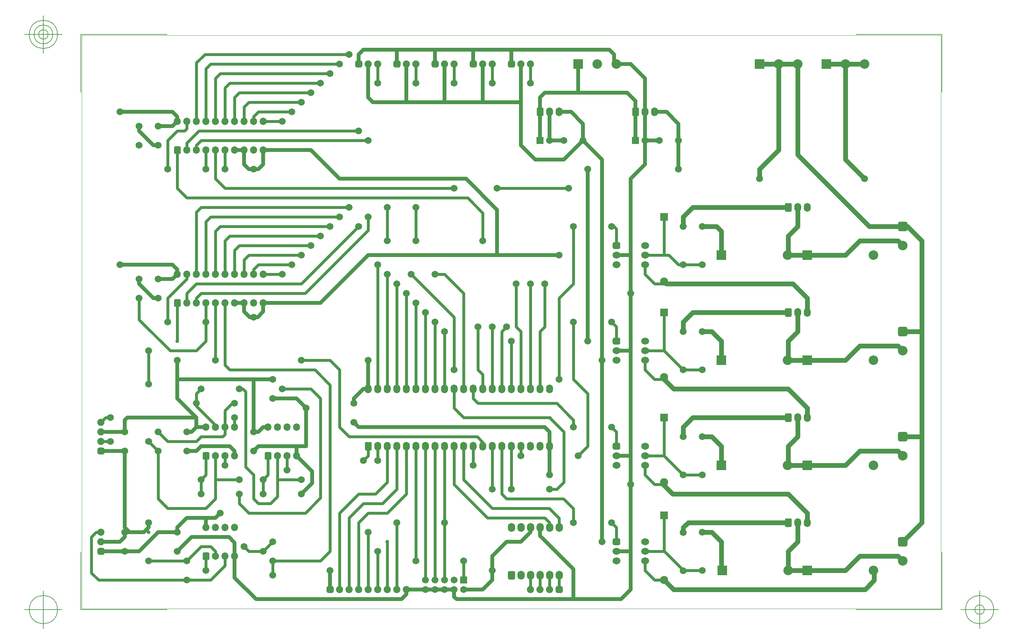
<source format=gbr>
G04 Generated by Ultiboard 14.3 *
%FSLAX35Y35*%
%MOMM*%

%ADD10C,0.00001*%
%ADD11C,0.00100*%
%ADD12C,0.76200*%
%ADD13C,1.01600*%
%ADD14C,1.27000*%
%ADD15C,0.12700*%
%ADD16C,0.00127*%
%ADD17C,0.99492*%
%ADD18C,0.76200*%
%ADD19C,1.82880*%
%ADD20C,1.01600*%
%ADD21C,1.90500*%
%ADD22R,2.54000X2.54000*%
%ADD23C,2.54000*%
%ADD24R,2.15900X2.15900*%
%ADD25C,2.15900*%
%ADD26C,1.82880*%
%ADD27R,1.82880X1.82880*%
%ADD28C,1.00000*%


G04 ColorRGB 0000FF for the following layer *
%LNCopper Bottom*%
%LPD*%
G54D10*
G54D11*
G36*
X12604750Y462496D02*
X12604750Y553504D01*
X12795250Y553504D01*
X12795250Y462496D01*
X12604750Y462496D01*
G37*
G36*
X12654496Y412750D02*
X12654496Y603250D01*
X12745504Y603250D01*
X12745504Y412750D01*
X12654496Y412750D01*
G37*
G36*
X14122400Y1724660D02*
X14122400Y1831340D01*
X14325600Y1831340D01*
X14325600Y1724660D01*
X14122400Y1724660D01*
G37*
G36*
X14160500Y1686560D02*
X14160500Y1869440D01*
X14287500Y1869440D01*
X14287500Y1686560D01*
X14160500Y1686560D01*
G37*
G36*
X14213840Y1432560D02*
X14213840Y1615440D01*
X14234160Y1615440D01*
X14234160Y1432560D01*
X14213840Y1432560D01*
G37*
G36*
X14213840Y1178560D02*
X14213840Y1361440D01*
X14234160Y1361440D01*
X14234160Y1178560D01*
X14213840Y1178560D01*
G37*
G36*
X14975840Y1178560D02*
X14975840Y1361440D01*
X14996160Y1361440D01*
X14996160Y1178560D01*
X14975840Y1178560D01*
G37*
G36*
X14975840Y1432560D02*
X14975840Y1615440D01*
X14996160Y1615440D01*
X14996160Y1432560D01*
X14975840Y1432560D01*
G37*
G36*
X14975840Y1686560D02*
X14975840Y1869440D01*
X14996160Y1869440D01*
X14996160Y1686560D01*
X14975840Y1686560D01*
G37*
G36*
X21717000Y1701800D02*
X21717000Y1854200D01*
X21971000Y1854200D01*
X21971000Y1701800D01*
X21717000Y1701800D01*
G37*
G36*
X21767800Y1651000D02*
X21767800Y1905000D01*
X21920200Y1905000D01*
X21920200Y1651000D01*
X21767800Y1651000D01*
G37*
G36*
X18958560Y2263140D02*
X18958560Y2308860D01*
X19141440Y2308860D01*
X19141440Y2263140D01*
X18958560Y2263140D01*
G37*
G36*
X19212560Y2263140D02*
X19212560Y2308860D01*
X19395440Y2308860D01*
X19395440Y2263140D01*
X19212560Y2263140D01*
G37*
G36*
X18704560Y2209800D02*
X18704560Y2362200D01*
X18887440Y2362200D01*
X18887440Y2209800D01*
X18704560Y2209800D01*
G37*
G36*
X18742660Y2171700D02*
X18742660Y2400300D01*
X18849340Y2400300D01*
X18849340Y2171700D01*
X18742660Y2171700D01*
G37*
G36*
X14122400Y4264660D02*
X14122400Y4371340D01*
X14325600Y4371340D01*
X14325600Y4264660D01*
X14122400Y4264660D01*
G37*
G36*
X14160500Y4226560D02*
X14160500Y4409440D01*
X14287500Y4409440D01*
X14287500Y4226560D01*
X14160500Y4226560D01*
G37*
G36*
X14213840Y3972560D02*
X14213840Y4155440D01*
X14234160Y4155440D01*
X14234160Y3972560D01*
X14213840Y3972560D01*
G37*
G36*
X14213840Y3718560D02*
X14213840Y3901440D01*
X14234160Y3901440D01*
X14234160Y3718560D01*
X14213840Y3718560D01*
G37*
G36*
X14975840Y3718560D02*
X14975840Y3901440D01*
X14996160Y3901440D01*
X14996160Y3718560D01*
X14975840Y3718560D01*
G37*
G36*
X14975840Y3972560D02*
X14975840Y4155440D01*
X14996160Y4155440D01*
X14996160Y3972560D01*
X14975840Y3972560D01*
G37*
G36*
X14975840Y4226560D02*
X14975840Y4409440D01*
X14996160Y4409440D01*
X14996160Y4226560D01*
X14975840Y4226560D01*
G37*
G36*
X21717000Y4495800D02*
X21717000Y4648200D01*
X21971000Y4648200D01*
X21971000Y4495800D01*
X21717000Y4495800D01*
G37*
G36*
X21767800Y4445000D02*
X21767800Y4699000D01*
X21920200Y4699000D01*
X21920200Y4445000D01*
X21767800Y4445000D01*
G37*
G36*
X18958560Y5057140D02*
X18958560Y5102860D01*
X19141440Y5102860D01*
X19141440Y5057140D01*
X18958560Y5057140D01*
G37*
G36*
X19212560Y5057140D02*
X19212560Y5102860D01*
X19395440Y5102860D01*
X19395440Y5057140D01*
X19212560Y5057140D01*
G37*
G36*
X18704560Y5003800D02*
X18704560Y5156200D01*
X18887440Y5156200D01*
X18887440Y5003800D01*
X18704560Y5003800D01*
G37*
G36*
X18742660Y4965700D02*
X18742660Y5194300D01*
X18849340Y5194300D01*
X18849340Y4965700D01*
X18742660Y4965700D01*
G37*
G36*
X14122400Y7058660D02*
X14122400Y7165340D01*
X14325600Y7165340D01*
X14325600Y7058660D01*
X14122400Y7058660D01*
G37*
G36*
X14160500Y7020560D02*
X14160500Y7203440D01*
X14287500Y7203440D01*
X14287500Y7020560D01*
X14160500Y7020560D01*
G37*
G36*
X14213840Y6766560D02*
X14213840Y6949440D01*
X14234160Y6949440D01*
X14234160Y6766560D01*
X14213840Y6766560D01*
G37*
G36*
X14213840Y6512560D02*
X14213840Y6695440D01*
X14234160Y6695440D01*
X14234160Y6512560D01*
X14213840Y6512560D01*
G37*
G36*
X14975840Y6512560D02*
X14975840Y6695440D01*
X14996160Y6695440D01*
X14996160Y6512560D01*
X14975840Y6512560D01*
G37*
G36*
X14975840Y6766560D02*
X14975840Y6949440D01*
X14996160Y6949440D01*
X14996160Y6766560D01*
X14975840Y6766560D01*
G37*
G36*
X14975840Y7020560D02*
X14975840Y7203440D01*
X14996160Y7203440D01*
X14996160Y7020560D01*
X14975840Y7020560D01*
G37*
G36*
X21717000Y7289800D02*
X21717000Y7442200D01*
X21971000Y7442200D01*
X21971000Y7289800D01*
X21717000Y7289800D01*
G37*
G36*
X21767800Y7239000D02*
X21767800Y7493000D01*
X21920200Y7493000D01*
X21920200Y7239000D01*
X21767800Y7239000D01*
G37*
G36*
X18958560Y7851140D02*
X18958560Y7896860D01*
X19141440Y7896860D01*
X19141440Y7851140D01*
X18958560Y7851140D01*
G37*
G36*
X19212560Y7851140D02*
X19212560Y7896860D01*
X19395440Y7896860D01*
X19395440Y7851140D01*
X19212560Y7851140D01*
G37*
G36*
X18704560Y7797800D02*
X18704560Y7950200D01*
X18887440Y7950200D01*
X18887440Y7797800D01*
X18704560Y7797800D01*
G37*
G36*
X18742660Y7759700D02*
X18742660Y7988300D01*
X18849340Y7988300D01*
X18849340Y7759700D01*
X18742660Y7759700D01*
G37*
G36*
X14122400Y9598660D02*
X14122400Y9705340D01*
X14325600Y9705340D01*
X14325600Y9598660D01*
X14122400Y9598660D01*
G37*
G36*
X14160500Y9560560D02*
X14160500Y9743440D01*
X14287500Y9743440D01*
X14287500Y9560560D01*
X14160500Y9560560D01*
G37*
G36*
X14213840Y9306560D02*
X14213840Y9489440D01*
X14234160Y9489440D01*
X14234160Y9306560D01*
X14213840Y9306560D01*
G37*
G36*
X14213840Y9052560D02*
X14213840Y9235440D01*
X14234160Y9235440D01*
X14234160Y9052560D01*
X14213840Y9052560D01*
G37*
G36*
X14975840Y9052560D02*
X14975840Y9235440D01*
X14996160Y9235440D01*
X14996160Y9052560D01*
X14975840Y9052560D01*
G37*
G36*
X14975840Y9306560D02*
X14975840Y9489440D01*
X14996160Y9489440D01*
X14996160Y9306560D01*
X14975840Y9306560D01*
G37*
G36*
X14975840Y9560560D02*
X14975840Y9743440D01*
X14996160Y9743440D01*
X14996160Y9560560D01*
X14975840Y9560560D01*
G37*
G36*
X21717000Y10083800D02*
X21717000Y10236200D01*
X21971000Y10236200D01*
X21971000Y10083800D01*
X21717000Y10083800D01*
G37*
G36*
X21767800Y10033000D02*
X21767800Y10287000D01*
X21920200Y10287000D01*
X21920200Y10033000D01*
X21767800Y10033000D01*
G37*
G36*
X18958560Y10645140D02*
X18958560Y10690860D01*
X19141440Y10690860D01*
X19141440Y10645140D01*
X18958560Y10645140D01*
G37*
G36*
X19212560Y10645140D02*
X19212560Y10690860D01*
X19395440Y10690860D01*
X19395440Y10645140D01*
X19212560Y10645140D01*
G37*
G36*
X18704560Y10591800D02*
X18704560Y10744200D01*
X18887440Y10744200D01*
X18887440Y10591800D01*
X18704560Y10591800D01*
G37*
G36*
X18742660Y10553700D02*
X18742660Y10782300D01*
X18849340Y10782300D01*
X18849340Y10553700D01*
X18742660Y10553700D01*
G37*
G36*
X412750Y1478496D02*
X412750Y1569504D01*
X603250Y1569504D01*
X603250Y1478496D01*
X412750Y1478496D01*
G37*
G36*
X462496Y1428750D02*
X462496Y1619250D01*
X553504Y1619250D01*
X553504Y1428750D01*
X462496Y1428750D01*
G37*
G36*
X3464560Y1386840D02*
X3464560Y1407160D01*
X3647440Y1407160D01*
X3647440Y1386840D01*
X3464560Y1386840D01*
G37*
G36*
X3718560Y1386840D02*
X3718560Y1407160D01*
X3901440Y1407160D01*
X3901440Y1386840D01*
X3718560Y1386840D01*
G37*
G36*
X3972560Y1386840D02*
X3972560Y1407160D01*
X4155440Y1407160D01*
X4155440Y1386840D01*
X3972560Y1386840D01*
G37*
G36*
X3210560Y2148840D02*
X3210560Y2169160D01*
X3393440Y2169160D01*
X3393440Y2148840D01*
X3210560Y2148840D01*
G37*
G36*
X3464560Y2148840D02*
X3464560Y2169160D01*
X3647440Y2169160D01*
X3647440Y2148840D01*
X3464560Y2148840D01*
G37*
G36*
X3718560Y2148840D02*
X3718560Y2169160D01*
X3901440Y2169160D01*
X3901440Y2148840D01*
X3718560Y2148840D01*
G37*
G36*
X3972560Y2148840D02*
X3972560Y2169160D01*
X4155440Y2169160D01*
X4155440Y2148840D01*
X3972560Y2148840D01*
G37*
G36*
X3210560Y1333500D02*
X3210560Y1460500D01*
X3393440Y1460500D01*
X3393440Y1333500D01*
X3210560Y1333500D01*
G37*
G36*
X3248660Y1295400D02*
X3248660Y1498600D01*
X3355340Y1498600D01*
X3355340Y1295400D01*
X3248660Y1295400D01*
G37*
G36*
X8798560Y4295140D02*
X8798560Y4340860D01*
X8981440Y4340860D01*
X8981440Y4295140D01*
X8798560Y4295140D01*
G37*
G36*
X8036560Y4295140D02*
X8036560Y4340860D01*
X8219440Y4340860D01*
X8219440Y4295140D01*
X8036560Y4295140D01*
G37*
G36*
X7782560Y4295140D02*
X7782560Y4340860D01*
X7965440Y4340860D01*
X7965440Y4295140D01*
X7782560Y4295140D01*
G37*
G36*
X7528560Y4241800D02*
X7528560Y4394200D01*
X7711440Y4394200D01*
X7711440Y4241800D01*
X7528560Y4241800D01*
G37*
G36*
X7566660Y4203700D02*
X7566660Y4432300D01*
X7673340Y4432300D01*
X7673340Y4203700D01*
X7566660Y4203700D01*
G37*
G36*
X8544560Y4295140D02*
X8544560Y4340860D01*
X8727440Y4340860D01*
X8727440Y4295140D01*
X8544560Y4295140D01*
G37*
G36*
X8290560Y4295140D02*
X8290560Y4340860D01*
X8473440Y4340860D01*
X8473440Y4295140D01*
X8290560Y4295140D01*
G37*
G36*
X10322560Y4295140D02*
X10322560Y4340860D01*
X10505440Y4340860D01*
X10505440Y4295140D01*
X10322560Y4295140D01*
G37*
G36*
X9560560Y4295140D02*
X9560560Y4340860D01*
X9743440Y4340860D01*
X9743440Y4295140D01*
X9560560Y4295140D01*
G37*
G36*
X9306560Y4295140D02*
X9306560Y4340860D01*
X9489440Y4340860D01*
X9489440Y4295140D01*
X9306560Y4295140D01*
G37*
G36*
X9052560Y4295140D02*
X9052560Y4340860D01*
X9235440Y4340860D01*
X9235440Y4295140D01*
X9052560Y4295140D01*
G37*
G36*
X9814560Y4295140D02*
X9814560Y4340860D01*
X9997440Y4340860D01*
X9997440Y4295140D01*
X9814560Y4295140D01*
G37*
G36*
X10068560Y4295140D02*
X10068560Y4340860D01*
X10251440Y4340860D01*
X10251440Y4295140D01*
X10068560Y4295140D01*
G37*
G36*
X11084560Y4295140D02*
X11084560Y4340860D01*
X11267440Y4340860D01*
X11267440Y4295140D01*
X11084560Y4295140D01*
G37*
G36*
X10576560Y4295140D02*
X10576560Y4340860D01*
X10759440Y4340860D01*
X10759440Y4295140D01*
X10576560Y4295140D01*
G37*
G36*
X10830560Y4295140D02*
X10830560Y4340860D01*
X11013440Y4340860D01*
X11013440Y4295140D01*
X10830560Y4295140D01*
G37*
G36*
X11846560Y4295140D02*
X11846560Y4340860D01*
X12029440Y4340860D01*
X12029440Y4295140D01*
X11846560Y4295140D01*
G37*
G36*
X11338560Y4295140D02*
X11338560Y4340860D01*
X11521440Y4340860D01*
X11521440Y4295140D01*
X11338560Y4295140D01*
G37*
G36*
X11592560Y4295140D02*
X11592560Y4340860D01*
X11775440Y4340860D01*
X11775440Y4295140D01*
X11592560Y4295140D01*
G37*
G36*
X12100560Y4295140D02*
X12100560Y4340860D01*
X12283440Y4340860D01*
X12283440Y4295140D01*
X12100560Y4295140D01*
G37*
G36*
X12354560Y4295140D02*
X12354560Y4340860D01*
X12537440Y4340860D01*
X12537440Y4295140D01*
X12354560Y4295140D01*
G37*
G36*
X8798560Y5819140D02*
X8798560Y5864860D01*
X8981440Y5864860D01*
X8981440Y5819140D01*
X8798560Y5819140D01*
G37*
G36*
X8036560Y5819140D02*
X8036560Y5864860D01*
X8219440Y5864860D01*
X8219440Y5819140D01*
X8036560Y5819140D01*
G37*
G36*
X7782560Y5819140D02*
X7782560Y5864860D01*
X7965440Y5864860D01*
X7965440Y5819140D01*
X7782560Y5819140D01*
G37*
G36*
X8544560Y5819140D02*
X8544560Y5864860D01*
X8727440Y5864860D01*
X8727440Y5819140D01*
X8544560Y5819140D01*
G37*
G36*
X8290560Y5819140D02*
X8290560Y5864860D01*
X8473440Y5864860D01*
X8473440Y5819140D01*
X8290560Y5819140D01*
G37*
G36*
X10322560Y5819140D02*
X10322560Y5864860D01*
X10505440Y5864860D01*
X10505440Y5819140D01*
X10322560Y5819140D01*
G37*
G36*
X9560560Y5819140D02*
X9560560Y5864860D01*
X9743440Y5864860D01*
X9743440Y5819140D01*
X9560560Y5819140D01*
G37*
G36*
X9306560Y5819140D02*
X9306560Y5864860D01*
X9489440Y5864860D01*
X9489440Y5819140D01*
X9306560Y5819140D01*
G37*
G36*
X9052560Y5819140D02*
X9052560Y5864860D01*
X9235440Y5864860D01*
X9235440Y5819140D01*
X9052560Y5819140D01*
G37*
G36*
X10068560Y5819140D02*
X10068560Y5864860D01*
X10251440Y5864860D01*
X10251440Y5819140D01*
X10068560Y5819140D01*
G37*
G36*
X9814560Y5819140D02*
X9814560Y5864860D01*
X9997440Y5864860D01*
X9997440Y5819140D01*
X9814560Y5819140D01*
G37*
G36*
X11084560Y5819140D02*
X11084560Y5864860D01*
X11267440Y5864860D01*
X11267440Y5819140D01*
X11084560Y5819140D01*
G37*
G36*
X10830560Y5819140D02*
X10830560Y5864860D01*
X11013440Y5864860D01*
X11013440Y5819140D01*
X10830560Y5819140D01*
G37*
G36*
X10576560Y5819140D02*
X10576560Y5864860D01*
X10759440Y5864860D01*
X10759440Y5819140D01*
X10576560Y5819140D01*
G37*
G36*
X11846560Y5819140D02*
X11846560Y5864860D01*
X12029440Y5864860D01*
X12029440Y5819140D01*
X11846560Y5819140D01*
G37*
G36*
X11592560Y5819140D02*
X11592560Y5864860D01*
X11775440Y5864860D01*
X11775440Y5819140D01*
X11592560Y5819140D01*
G37*
G36*
X11338560Y5819140D02*
X11338560Y5864860D01*
X11521440Y5864860D01*
X11521440Y5819140D01*
X11338560Y5819140D01*
G37*
G36*
X12100560Y5819140D02*
X12100560Y5864860D01*
X12283440Y5864860D01*
X12283440Y5819140D01*
X12100560Y5819140D01*
G37*
G36*
X12354560Y5819140D02*
X12354560Y5864860D01*
X12537440Y5864860D01*
X12537440Y5819140D01*
X12354560Y5819140D01*
G37*
G36*
X7528560Y5819140D02*
X7528560Y5864860D01*
X7711440Y5864860D01*
X7711440Y5819140D01*
X7528560Y5819140D01*
G37*
G36*
X3464560Y4053840D02*
X3464560Y4074160D01*
X3647440Y4074160D01*
X3647440Y4053840D01*
X3464560Y4053840D01*
G37*
G36*
X3718560Y4053840D02*
X3718560Y4074160D01*
X3901440Y4074160D01*
X3901440Y4053840D01*
X3718560Y4053840D01*
G37*
G36*
X3972560Y4053840D02*
X3972560Y4074160D01*
X4155440Y4074160D01*
X4155440Y4053840D01*
X3972560Y4053840D01*
G37*
G36*
X3210560Y4815840D02*
X3210560Y4836160D01*
X3393440Y4836160D01*
X3393440Y4815840D01*
X3210560Y4815840D01*
G37*
G36*
X3464560Y4815840D02*
X3464560Y4836160D01*
X3647440Y4836160D01*
X3647440Y4815840D01*
X3464560Y4815840D01*
G37*
G36*
X3718560Y4815840D02*
X3718560Y4836160D01*
X3901440Y4836160D01*
X3901440Y4815840D01*
X3718560Y4815840D01*
G37*
G36*
X3972560Y4815840D02*
X3972560Y4836160D01*
X4155440Y4836160D01*
X4155440Y4815840D01*
X3972560Y4815840D01*
G37*
G36*
X3210560Y4000500D02*
X3210560Y4127500D01*
X3393440Y4127500D01*
X3393440Y4000500D01*
X3210560Y4000500D01*
G37*
G36*
X3248660Y3962400D02*
X3248660Y4165600D01*
X3355340Y4165600D01*
X3355340Y3962400D01*
X3248660Y3962400D01*
G37*
G36*
X5115560Y4053840D02*
X5115560Y4074160D01*
X5298440Y4074160D01*
X5298440Y4053840D01*
X5115560Y4053840D01*
G37*
G36*
X5369560Y4053840D02*
X5369560Y4074160D01*
X5552440Y4074160D01*
X5552440Y4053840D01*
X5369560Y4053840D01*
G37*
G36*
X5623560Y4053840D02*
X5623560Y4074160D01*
X5806440Y4074160D01*
X5806440Y4053840D01*
X5623560Y4053840D01*
G37*
G36*
X4861560Y4815840D02*
X4861560Y4836160D01*
X5044440Y4836160D01*
X5044440Y4815840D01*
X4861560Y4815840D01*
G37*
G36*
X5115560Y4815840D02*
X5115560Y4836160D01*
X5298440Y4836160D01*
X5298440Y4815840D01*
X5115560Y4815840D01*
G37*
G36*
X5369560Y4815840D02*
X5369560Y4836160D01*
X5552440Y4836160D01*
X5552440Y4815840D01*
X5369560Y4815840D01*
G37*
G36*
X5623560Y4815840D02*
X5623560Y4836160D01*
X5806440Y4836160D01*
X5806440Y4815840D01*
X5623560Y4815840D01*
G37*
G36*
X4861560Y4000500D02*
X4861560Y4127500D01*
X5044440Y4127500D01*
X5044440Y4000500D01*
X4861560Y4000500D01*
G37*
G36*
X4899660Y3962400D02*
X4899660Y4165600D01*
X5006340Y4165600D01*
X5006340Y3962400D01*
X4899660Y3962400D01*
G37*
G36*
X412750Y4145496D02*
X412750Y4236504D01*
X603250Y4236504D01*
X603250Y4145496D01*
X412750Y4145496D01*
G37*
G36*
X462496Y4095750D02*
X462496Y4286250D01*
X553504Y4286250D01*
X553504Y4095750D01*
X462496Y4095750D01*
G37*
G36*
X2448560Y8064500D02*
X2448560Y8191500D01*
X2631440Y8191500D01*
X2631440Y8064500D01*
X2448560Y8064500D01*
G37*
G36*
X2486660Y8026400D02*
X2486660Y8229600D01*
X2593340Y8229600D01*
X2593340Y8026400D01*
X2486660Y8026400D01*
G37*
G36*
X2702560Y8117840D02*
X2702560Y8138160D01*
X2885440Y8138160D01*
X2885440Y8117840D01*
X2702560Y8117840D01*
G37*
G36*
X2956560Y8117840D02*
X2956560Y8138160D01*
X3139440Y8138160D01*
X3139440Y8117840D01*
X2956560Y8117840D01*
G37*
G36*
X3210560Y8117840D02*
X3210560Y8138160D01*
X3393440Y8138160D01*
X3393440Y8117840D01*
X3210560Y8117840D01*
G37*
G36*
X3464560Y8117840D02*
X3464560Y8138160D01*
X3647440Y8138160D01*
X3647440Y8117840D01*
X3464560Y8117840D01*
G37*
G36*
X3718560Y8117840D02*
X3718560Y8138160D01*
X3901440Y8138160D01*
X3901440Y8117840D01*
X3718560Y8117840D01*
G37*
G36*
X3972560Y8117840D02*
X3972560Y8138160D01*
X4155440Y8138160D01*
X4155440Y8117840D01*
X3972560Y8117840D01*
G37*
G36*
X4226560Y8117840D02*
X4226560Y8138160D01*
X4409440Y8138160D01*
X4409440Y8117840D01*
X4226560Y8117840D01*
G37*
G36*
X4480560Y8117840D02*
X4480560Y8138160D01*
X4663440Y8138160D01*
X4663440Y8117840D01*
X4480560Y8117840D01*
G37*
G36*
X4734560Y8117840D02*
X4734560Y8138160D01*
X4917440Y8138160D01*
X4917440Y8117840D01*
X4734560Y8117840D01*
G37*
G36*
X2702560Y8879840D02*
X2702560Y8900160D01*
X2885440Y8900160D01*
X2885440Y8879840D01*
X2702560Y8879840D01*
G37*
G36*
X2956560Y8879840D02*
X2956560Y8900160D01*
X3139440Y8900160D01*
X3139440Y8879840D01*
X2956560Y8879840D01*
G37*
G36*
X3210560Y8879840D02*
X3210560Y8900160D01*
X3393440Y8900160D01*
X3393440Y8879840D01*
X3210560Y8879840D01*
G37*
G36*
X3464560Y8879840D02*
X3464560Y8900160D01*
X3647440Y8900160D01*
X3647440Y8879840D01*
X3464560Y8879840D01*
G37*
G36*
X3718560Y8879840D02*
X3718560Y8900160D01*
X3901440Y8900160D01*
X3901440Y8879840D01*
X3718560Y8879840D01*
G37*
G36*
X3972560Y8879840D02*
X3972560Y8900160D01*
X4155440Y8900160D01*
X4155440Y8879840D01*
X3972560Y8879840D01*
G37*
G36*
X4226560Y8879840D02*
X4226560Y8900160D01*
X4409440Y8900160D01*
X4409440Y8879840D01*
X4226560Y8879840D01*
G37*
G36*
X4480560Y8879840D02*
X4480560Y8900160D01*
X4663440Y8900160D01*
X4663440Y8879840D01*
X4480560Y8879840D01*
G37*
G36*
X4734560Y8879840D02*
X4734560Y8900160D01*
X4917440Y8900160D01*
X4917440Y8879840D01*
X4734560Y8879840D01*
G37*
G36*
X2448560Y8879840D02*
X2448560Y8900160D01*
X2631440Y8900160D01*
X2631440Y8879840D01*
X2448560Y8879840D01*
G37*
G36*
X2448560Y12128500D02*
X2448560Y12255500D01*
X2631440Y12255500D01*
X2631440Y12128500D01*
X2448560Y12128500D01*
G37*
G36*
X2486660Y12090400D02*
X2486660Y12293600D01*
X2593340Y12293600D01*
X2593340Y12090400D01*
X2486660Y12090400D01*
G37*
G36*
X2702560Y12181840D02*
X2702560Y12202160D01*
X2885440Y12202160D01*
X2885440Y12181840D01*
X2702560Y12181840D01*
G37*
G36*
X2956560Y12181840D02*
X2956560Y12202160D01*
X3139440Y12202160D01*
X3139440Y12181840D01*
X2956560Y12181840D01*
G37*
G36*
X3210560Y12181840D02*
X3210560Y12202160D01*
X3393440Y12202160D01*
X3393440Y12181840D01*
X3210560Y12181840D01*
G37*
G36*
X3464560Y12181840D02*
X3464560Y12202160D01*
X3647440Y12202160D01*
X3647440Y12181840D01*
X3464560Y12181840D01*
G37*
G36*
X3718560Y12181840D02*
X3718560Y12202160D01*
X3901440Y12202160D01*
X3901440Y12181840D01*
X3718560Y12181840D01*
G37*
G36*
X3972560Y12181840D02*
X3972560Y12202160D01*
X4155440Y12202160D01*
X4155440Y12181840D01*
X3972560Y12181840D01*
G37*
G36*
X4226560Y12181840D02*
X4226560Y12202160D01*
X4409440Y12202160D01*
X4409440Y12181840D01*
X4226560Y12181840D01*
G37*
G36*
X4480560Y12181840D02*
X4480560Y12202160D01*
X4663440Y12202160D01*
X4663440Y12181840D01*
X4480560Y12181840D01*
G37*
G36*
X4734560Y12181840D02*
X4734560Y12202160D01*
X4917440Y12202160D01*
X4917440Y12181840D01*
X4734560Y12181840D01*
G37*
G36*
X2702560Y12943840D02*
X2702560Y12964160D01*
X2885440Y12964160D01*
X2885440Y12943840D01*
X2702560Y12943840D01*
G37*
G36*
X2956560Y12943840D02*
X2956560Y12964160D01*
X3139440Y12964160D01*
X3139440Y12943840D01*
X2956560Y12943840D01*
G37*
G36*
X3210560Y12943840D02*
X3210560Y12964160D01*
X3393440Y12964160D01*
X3393440Y12943840D01*
X3210560Y12943840D01*
G37*
G36*
X3464560Y12943840D02*
X3464560Y12964160D01*
X3647440Y12964160D01*
X3647440Y12943840D01*
X3464560Y12943840D01*
G37*
G36*
X3718560Y12943840D02*
X3718560Y12964160D01*
X3901440Y12964160D01*
X3901440Y12943840D01*
X3718560Y12943840D01*
G37*
G36*
X3972560Y12943840D02*
X3972560Y12964160D01*
X4155440Y12964160D01*
X4155440Y12943840D01*
X3972560Y12943840D01*
G37*
G36*
X4226560Y12943840D02*
X4226560Y12964160D01*
X4409440Y12964160D01*
X4409440Y12943840D01*
X4226560Y12943840D01*
G37*
G36*
X4480560Y12943840D02*
X4480560Y12964160D01*
X4663440Y12964160D01*
X4663440Y12943840D01*
X4480560Y12943840D01*
G37*
G36*
X4734560Y12943840D02*
X4734560Y12964160D01*
X4917440Y12964160D01*
X4917440Y12943840D01*
X4734560Y12943840D01*
G37*
G36*
X2448560Y12943840D02*
X2448560Y12964160D01*
X2631440Y12964160D01*
X2631440Y12943840D01*
X2448560Y12943840D01*
G37*
G36*
X11334750Y812800D02*
X11334750Y965200D01*
X11525250Y965200D01*
X11525250Y812800D01*
X11334750Y812800D01*
G37*
G36*
X11372850Y774700D02*
X11372850Y1003300D01*
X11487150Y1003300D01*
X11487150Y774700D01*
X11372850Y774700D01*
G37*
G36*
X11588750Y866140D02*
X11588750Y911860D01*
X11779250Y911860D01*
X11779250Y866140D01*
X11588750Y866140D01*
G37*
G36*
X11680190Y774700D02*
X11680190Y1003300D01*
X11687810Y1003300D01*
X11687810Y774700D01*
X11680190Y774700D01*
G37*
G36*
X11842750Y866140D02*
X11842750Y911860D01*
X12033250Y911860D01*
X12033250Y866140D01*
X11842750Y866140D01*
G37*
G36*
X11934190Y774700D02*
X11934190Y1003300D01*
X11941810Y1003300D01*
X11941810Y774700D01*
X11934190Y774700D01*
G37*
G36*
X12096750Y866140D02*
X12096750Y911860D01*
X12287250Y911860D01*
X12287250Y866140D01*
X12096750Y866140D01*
G37*
G36*
X12188190Y774700D02*
X12188190Y1003300D01*
X12195810Y1003300D01*
X12195810Y774700D01*
X12188190Y774700D01*
G37*
G36*
X12350750Y866140D02*
X12350750Y911860D01*
X12541250Y911860D01*
X12541250Y866140D01*
X12350750Y866140D01*
G37*
G36*
X12442190Y774700D02*
X12442190Y1003300D01*
X12449810Y1003300D01*
X12449810Y774700D01*
X12442190Y774700D01*
G37*
G36*
X11334750Y2136140D02*
X11334750Y2181860D01*
X11525250Y2181860D01*
X11525250Y2136140D01*
X11334750Y2136140D01*
G37*
G36*
X11426190Y2044700D02*
X11426190Y2273300D01*
X11433810Y2273300D01*
X11433810Y2044700D01*
X11426190Y2044700D01*
G37*
G36*
X11588750Y2136140D02*
X11588750Y2181860D01*
X11779250Y2181860D01*
X11779250Y2136140D01*
X11588750Y2136140D01*
G37*
G36*
X11680190Y2044700D02*
X11680190Y2273300D01*
X11687810Y2273300D01*
X11687810Y2044700D01*
X11680190Y2044700D01*
G37*
G36*
X11842750Y2136140D02*
X11842750Y2181860D01*
X12033250Y2181860D01*
X12033250Y2136140D01*
X11842750Y2136140D01*
G37*
G36*
X11934190Y2044700D02*
X11934190Y2273300D01*
X11941810Y2273300D01*
X11941810Y2044700D01*
X11934190Y2044700D01*
G37*
G36*
X12096750Y2136140D02*
X12096750Y2181860D01*
X12287250Y2181860D01*
X12287250Y2136140D01*
X12096750Y2136140D01*
G37*
G36*
X12188190Y2044700D02*
X12188190Y2273300D01*
X12195810Y2273300D01*
X12195810Y2044700D01*
X12188190Y2044700D01*
G37*
G36*
X12350750Y2136140D02*
X12350750Y2181860D01*
X12541250Y2181860D01*
X12541250Y2136140D01*
X12350750Y2136140D01*
G37*
G36*
X12442190Y2044700D02*
X12442190Y2273300D01*
X12449810Y2273300D01*
X12449810Y2044700D01*
X12442190Y2044700D01*
G37*
G36*
X12604750Y2136140D02*
X12604750Y2181860D01*
X12795250Y2181860D01*
X12795250Y2136140D01*
X12604750Y2136140D01*
G37*
G36*
X12696190Y2044700D02*
X12696190Y2273300D01*
X12703810Y2273300D01*
X12703810Y2044700D01*
X12696190Y2044700D01*
G37*
G36*
X12604750Y866140D02*
X12604750Y911860D01*
X12795250Y911860D01*
X12795250Y866140D01*
X12604750Y866140D01*
G37*
G36*
X12696190Y774700D02*
X12696190Y1003300D01*
X12703810Y1003300D01*
X12703810Y774700D01*
X12696190Y774700D01*
G37*
G36*
X12354560Y13185140D02*
X12354560Y13230860D01*
X12537440Y13230860D01*
X12537440Y13185140D01*
X12354560Y13185140D01*
G37*
G36*
X12608560Y13185140D02*
X12608560Y13230860D01*
X12791440Y13230860D01*
X12791440Y13185140D01*
X12608560Y13185140D01*
G37*
G36*
X12100560Y13131800D02*
X12100560Y13284200D01*
X12283440Y13284200D01*
X12283440Y13131800D01*
X12100560Y13131800D01*
G37*
G36*
X12138660Y13093700D02*
X12138660Y13322300D01*
X12245340Y13322300D01*
X12245340Y13093700D01*
X12138660Y13093700D01*
G37*
G36*
X14894560Y13185140D02*
X14894560Y13230860D01*
X15077440Y13230860D01*
X15077440Y13185140D01*
X14894560Y13185140D01*
G37*
G36*
X15148560Y13185140D02*
X15148560Y13230860D01*
X15331440Y13230860D01*
X15331440Y13185140D01*
X15148560Y13185140D01*
G37*
G36*
X14640560Y13131800D02*
X14640560Y13284200D01*
X14823440Y13284200D01*
X14823440Y13131800D01*
X14640560Y13131800D01*
G37*
G36*
X14678660Y13093700D02*
X14678660Y13322300D01*
X14785340Y13322300D01*
X14785340Y13093700D01*
X14678660Y13093700D01*
G37*
G36*
X7270750Y14432496D02*
X7270750Y14523504D01*
X7461250Y14523504D01*
X7461250Y14432496D01*
X7270750Y14432496D01*
G37*
G36*
X7320496Y14382750D02*
X7320496Y14573250D01*
X7411504Y14573250D01*
X7411504Y14382750D01*
X7320496Y14382750D01*
G37*
G36*
X8286750Y14432496D02*
X8286750Y14523504D01*
X8477250Y14523504D01*
X8477250Y14432496D01*
X8286750Y14432496D01*
G37*
G36*
X8336496Y14382750D02*
X8336496Y14573250D01*
X8427504Y14573250D01*
X8427504Y14382750D01*
X8336496Y14382750D01*
G37*
G36*
X9302750Y14432496D02*
X9302750Y14523504D01*
X9493250Y14523504D01*
X9493250Y14432496D01*
X9302750Y14432496D01*
G37*
G36*
X9352496Y14382750D02*
X9352496Y14573250D01*
X9443504Y14573250D01*
X9443504Y14382750D01*
X9352496Y14382750D01*
G37*
G36*
X10318750Y14432496D02*
X10318750Y14523504D01*
X10509250Y14523504D01*
X10509250Y14432496D01*
X10318750Y14432496D01*
G37*
G36*
X10368496Y14382750D02*
X10368496Y14573250D01*
X10459504Y14573250D01*
X10459504Y14382750D01*
X10368496Y14382750D01*
G37*
G36*
X11334750Y14432496D02*
X11334750Y14523504D01*
X11525250Y14523504D01*
X11525250Y14432496D01*
X11334750Y14432496D01*
G37*
G36*
X11384496Y14382750D02*
X11384496Y14573250D01*
X11475504Y14573250D01*
X11475504Y14382750D01*
X11384496Y14382750D01*
G37*
G36*
X6508750Y462496D02*
X6508750Y553504D01*
X6699250Y553504D01*
X6699250Y462496D01*
X6508750Y462496D01*
G37*
G36*
X6558496Y412750D02*
X6558496Y603250D01*
X6649504Y603250D01*
X6649504Y412750D01*
X6558496Y412750D01*
G37*
G54D12*
X7493000Y3937000D02*
X7620000Y4064000D01*
X7620000Y4318000D01*
X10541000Y6350000D02*
X10668000Y6223000D01*
X10668000Y5842000D01*
X11176000Y5842000D02*
X11176000Y7366000D01*
X11303000Y7493000D01*
X11557000Y7493000D02*
X11557000Y8636000D01*
X11557000Y7493000D02*
X11684000Y7366000D01*
X11684000Y5842000D01*
X12192000Y5842000D02*
X12192000Y7366000D01*
X12319000Y7493000D01*
X12319000Y8636000D02*
X12319000Y7493000D01*
X8382000Y2286000D02*
X8382000Y508000D01*
X15494000Y9398000D02*
X15494000Y10414000D01*
X15621000Y9398000D02*
X14986000Y9398000D01*
X15875000Y9144000D02*
X15621000Y9398000D01*
X15875000Y9144000D02*
X16510000Y9144000D01*
X14097000Y7620000D02*
X14224000Y7493000D01*
X14224000Y7112000D01*
X15494000Y6858000D02*
X15494000Y7874000D01*
X16002000Y6350000D02*
X15494000Y6858000D01*
X14986000Y6858000D01*
X16002000Y6350000D02*
X16510000Y6350000D01*
X14097000Y4826000D02*
X14224000Y4699000D01*
X14224000Y4318000D01*
X3810000Y1397000D02*
X3810000Y1143000D01*
X3429000Y762000D02*
X3810000Y1143000D01*
X444500Y762000D02*
X3429000Y762000D01*
X254000Y952500D02*
X444500Y762000D01*
X254000Y952500D02*
X254000Y1905000D01*
X381000Y2032000D02*
X254000Y1905000D01*
X508000Y2032000D02*
X381000Y2032000D01*
X4318000Y8890000D02*
X4318000Y9271000D01*
X4445000Y9398000D02*
X4318000Y9271000D01*
X5842000Y9398000D02*
X4445000Y9398000D01*
X5842000Y13462000D02*
X4445000Y13462000D01*
X4318000Y13335000D01*
X4318000Y12954000D02*
X4318000Y13335000D01*
X9144000Y6350000D02*
X9144000Y7874000D01*
X9144000Y6350000D02*
X9144000Y5842000D01*
X3048000Y8890000D02*
X3048000Y10541000D01*
X3175000Y10668000D02*
X3048000Y10541000D01*
X7112000Y10668000D02*
X3175000Y10668000D01*
X3270250Y14732000D02*
X7112000Y14732000D01*
X3048000Y14509750D02*
X3270250Y14732000D01*
X3048000Y14509750D02*
X3048000Y12954000D01*
X7874000Y6350000D02*
X7874000Y9144000D01*
X7874000Y6350000D02*
X7874000Y5842000D01*
X2286000Y8255000D02*
X2286000Y7620000D01*
X2286000Y8255000D02*
X2667000Y8636000D01*
X2794000Y8763000D01*
X2794000Y8890000D01*
X15494000Y1524000D02*
X15494000Y2482500D01*
X16003268Y1016000D02*
X15495268Y1524000D01*
X14986000Y1524000D01*
X16003268Y1016000D02*
X16510000Y1016000D01*
X3556000Y8890000D02*
X3556000Y10033000D01*
X3683000Y10160000D02*
X3556000Y10033000D01*
X6604000Y10160000D02*
X3683000Y10160000D01*
X6604000Y14224000D02*
X3683000Y14224000D01*
X3556000Y14097000D01*
X3556000Y12954000D02*
X3556000Y14097000D01*
X8382000Y6350000D02*
X8382000Y8636000D01*
X8382000Y6350000D02*
X8382000Y5842000D01*
X3302000Y10287000D02*
X3302000Y8890000D01*
X3429000Y10414000D02*
X3302000Y10287000D01*
X3429000Y10414000D02*
X6858000Y10414000D01*
X6858000Y14478000D02*
X3429000Y14478000D01*
X3302000Y14351000D01*
X3302000Y12954000D02*
X3302000Y14351000D01*
X8128000Y6350000D02*
X8128000Y8890000D01*
X8128000Y6350000D02*
X8128000Y5842000D01*
X5334000Y8890000D02*
X4826000Y8890000D01*
X5334000Y12954000D02*
X4826000Y12954000D01*
X9652000Y6350000D02*
X9652000Y7366000D01*
X9652000Y6350000D02*
X9652000Y5842000D01*
X13081000Y5016500D02*
X13081000Y4826000D01*
X12636500Y5461000D02*
X13081000Y5016500D01*
X10541000Y5461000D02*
X12636500Y5461000D01*
X10414000Y5588000D02*
X10541000Y5461000D01*
X10414000Y5588000D02*
X10414000Y5842000D01*
X11938000Y508000D02*
X11938000Y889000D01*
X4572000Y9017000D02*
X4572000Y8890000D01*
X4699000Y9144000D02*
X4572000Y9017000D01*
X4699000Y9144000D02*
X5588000Y9144000D01*
X4699000Y13208000D02*
X5588000Y13208000D01*
X4699000Y13208000D02*
X4572000Y13081000D01*
X4572000Y12954000D01*
X9398000Y6350000D02*
X9398000Y7620000D01*
X9398000Y6350000D02*
X9398000Y5842000D01*
X13081000Y10160000D02*
X13081000Y9906000D01*
X13081000Y8636000D02*
X13081000Y9906000D01*
X12700000Y8255000D02*
X13081000Y8636000D01*
X12700000Y6096000D02*
X12700000Y8255000D01*
X4826000Y3429000D02*
X4826000Y3048000D01*
X4826000Y3429000D02*
X4953000Y3556000D01*
X4953000Y4064000D01*
X1778000Y5969000D02*
X1778000Y6858000D01*
X3810000Y11684000D02*
X3810000Y12192000D01*
X3302000Y1016000D02*
X3302000Y1397000D01*
X5080000Y889000D02*
X5080000Y1270000D01*
X6350000Y1270000D01*
X6604000Y1524000D01*
X6604000Y4889500D01*
X6604000Y5946676D01*
X6200684Y6350000D02*
X6604000Y5946676D01*
X6200684Y6350000D02*
X3937000Y6350000D01*
X3810000Y6477000D01*
X3810000Y8128000D01*
X11430000Y6350000D02*
X11430000Y5842000D01*
X11430000Y6350000D02*
X11430000Y7112000D01*
X2540000Y7112000D02*
X2540000Y8128000D01*
X11938000Y13970000D02*
X11938000Y14478000D01*
X9906000Y3302000D02*
X9906000Y4318000D01*
X9906000Y3302000D02*
X10795000Y2413000D01*
X12169682Y2413000D01*
X12319000Y2413000D02*
X12192000Y2413000D01*
X12446000Y2286000D02*
X12319000Y2413000D01*
X12446000Y2286000D02*
X12446000Y2159000D01*
X10518682Y4572000D02*
X10668000Y4422682D01*
X10668000Y4318000D01*
X7112000Y4572000D02*
X10518682Y4572000D01*
X7112000Y4572000D02*
X6858000Y4826000D01*
X6858000Y6350000D01*
X6604000Y6604000D02*
X6858000Y6350000D01*
X5842000Y6604000D02*
X6604000Y6604000D01*
X3556000Y6604000D02*
X3556000Y8128000D01*
X13081000Y2655841D02*
X13081000Y2286000D01*
X13081000Y2655841D02*
X12827000Y2909841D01*
X12804682Y2921000D02*
X11303000Y2921000D01*
X11176000Y3048000D01*
X11176000Y4318000D01*
X11176000Y4318000D01*
X8636000Y3048000D02*
X8636000Y4318000D01*
X8128000Y2540000D02*
X8636000Y3048000D01*
X7620000Y2540000D02*
X8128000Y2540000D01*
X7366000Y2286000D02*
X7620000Y2540000D01*
X7366000Y2286000D02*
X7366000Y508000D01*
X11938000Y5842000D02*
X11938000Y8636000D01*
X10922000Y14478000D02*
X10922000Y13970000D01*
X7874000Y4318000D02*
X7874000Y3937000D01*
X9906000Y6350000D02*
X9906000Y7747000D01*
X8763000Y8890000D01*
X8128000Y10668000D02*
X8128000Y9779000D01*
X7874000Y13970000D02*
X7874000Y14478000D01*
X13081000Y7620000D02*
X13081000Y6096000D01*
X13462000Y5715000D01*
X13462000Y4318000D02*
X13462000Y5715000D01*
X13208000Y4064000D02*
X13462000Y4318000D01*
X11684000Y4064000D02*
X11684000Y4318000D01*
X9906000Y14478000D02*
X9906000Y13970000D01*
X10160000Y5842000D02*
X10160000Y8382000D01*
X9652000Y8890000D01*
X9398000Y8890000D02*
X9652000Y8890000D01*
X8890000Y9779000D02*
X8890000Y10668000D01*
X8890000Y13970000D02*
X8890000Y14478000D01*
X10922000Y3937000D02*
X10922000Y4318000D01*
X10922000Y3175000D02*
X10922000Y3937000D01*
X7620000Y508000D02*
X7620000Y2032000D01*
X9906000Y5334000D02*
X9906000Y5842000D01*
X9906000Y5334000D02*
X10160000Y5080000D01*
X12461782Y5080000D01*
X12446000Y5080000D02*
X12827000Y4699000D01*
X12827000Y3365500D02*
X12827000Y4699000D01*
X12636500Y3175000D02*
X12827000Y3365500D01*
X12636500Y3175000D02*
X12446000Y3175000D01*
X7874000Y508000D02*
X7874000Y1524000D01*
X11430000Y3175000D02*
X11430000Y4318000D01*
X8128000Y508000D02*
X8128000Y1778000D01*
X8382000Y3175000D02*
X8382000Y4318000D01*
X8001000Y2794000D02*
X8382000Y3175000D01*
X7493000Y2794000D02*
X8001000Y2794000D01*
X7112000Y2413000D02*
X7493000Y2794000D01*
X7112000Y508000D02*
X7112000Y2413000D01*
X10160000Y4318000D02*
X10160000Y3429000D01*
X10922000Y2667000D01*
X12296682Y2667000D02*
X10922000Y2667000D01*
X12434841Y2667000D02*
X12319000Y2667000D01*
X12700000Y2401841D02*
X12446000Y2655841D01*
X12700000Y2401841D02*
X12700000Y2159000D01*
X8128000Y3810000D02*
X8128000Y4318000D01*
X8128000Y3365500D02*
X8128000Y3810000D01*
X7810500Y3048000D02*
X8128000Y3365500D01*
X7366000Y3048000D02*
X7810500Y3048000D01*
X6858000Y2540000D02*
X7366000Y3048000D01*
X6858000Y2540000D02*
X6858000Y508000D01*
X10922000Y6350000D02*
X10922000Y5842000D01*
X10922000Y6350000D02*
X10922000Y7493000D01*
X7366000Y10160000D02*
X5842000Y8636000D01*
X3048000Y8636000D02*
X5842000Y8636000D01*
X3111500Y12700000D02*
X7366000Y12700000D01*
X2794000Y8382000D02*
X3048000Y8636000D01*
X2794000Y12382500D02*
X3111500Y12700000D01*
X2794000Y8382000D02*
X2794000Y8128000D01*
X2794000Y12382500D02*
X2794000Y12192000D01*
X7620000Y10059302D02*
X7620000Y10414000D01*
X5942698Y8382000D02*
X7620000Y10059302D01*
X3175000Y12446000D02*
X7620000Y12446000D01*
X3324318Y8382000D02*
X5942698Y8382000D01*
X3048000Y12319000D02*
X3175000Y12446000D01*
X3302000Y8382000D02*
X3175000Y8382000D01*
X3302000Y8382000D02*
X3324318Y8382000D01*
X3048000Y12319000D02*
X3048000Y12192000D01*
X3048000Y8255000D02*
X3175000Y8382000D01*
X3048000Y8128000D02*
X3048000Y8255000D01*
X4064000Y8890000D02*
X4064000Y9525000D01*
X4191000Y9652000D02*
X4064000Y9525000D01*
X6096000Y9652000D02*
X4191000Y9652000D01*
X6096000Y13716000D02*
X4191000Y13716000D01*
X4064000Y13589000D01*
X4064000Y12954000D02*
X4064000Y13589000D01*
X8890000Y6350000D02*
X8890000Y8128000D01*
X8890000Y6350000D02*
X8890000Y5842000D01*
X10414000Y3810000D02*
X10414000Y4318000D01*
X11049000Y11176000D02*
X12954000Y11176000D01*
X3810000Y11176000D02*
X9906000Y11176000D01*
X3556000Y11430000D02*
X3810000Y11176000D01*
X3556000Y12192000D02*
X3556000Y11430000D01*
X2286000Y11684000D02*
X2286000Y12446000D01*
X2540000Y12700000D01*
X2730500Y12700000D01*
X2794000Y12763500D01*
X2794000Y12954000D01*
X10541000Y6350000D02*
X10541000Y7493000D01*
X10668000Y9779000D02*
X10668000Y10518682D01*
X10264682Y10922000D02*
X10668000Y10518682D01*
X2794000Y10922000D02*
X10264682Y10922000D01*
X2540000Y11176000D02*
X2794000Y10922000D01*
X2540000Y12192000D02*
X2540000Y11176000D01*
X12192000Y508000D02*
X12192000Y889000D01*
X12700000Y889000D02*
X12700000Y508000D01*
X12446000Y508000D02*
X12446000Y889000D01*
X9398000Y762000D02*
X9398000Y4318000D01*
X9144000Y762000D02*
X9144000Y4318000D01*
X8890000Y1270000D02*
X8890000Y4318000D01*
X10160000Y762000D02*
X10160000Y1270000D01*
X14097000Y2286000D02*
X14224000Y2159000D01*
X14224000Y1778000D01*
X4064000Y5080000D02*
X4064000Y4826000D01*
X508000Y4953000D02*
X635000Y5080000D01*
X762000Y5080000D01*
X4000500Y5461000D02*
X3810000Y5270500D01*
X4000500Y5461000D02*
X4064000Y5461000D01*
X3810000Y4635500D02*
X3810000Y5270500D01*
X3746500Y4572000D02*
X3810000Y4635500D01*
X3175000Y4572000D02*
X3746500Y4572000D01*
X3048000Y4445000D02*
X3175000Y4572000D01*
X2286000Y4445000D02*
X3048000Y4445000D01*
X2032000Y4699000D02*
X2286000Y4445000D01*
X1524000Y7683500D02*
X1524000Y8255000D01*
X1524000Y7683500D02*
X2349500Y6858000D01*
X3048000Y6858000D01*
X3302000Y7112000D01*
X3302000Y8128000D01*
X1778000Y1270000D02*
X2794000Y1270000D01*
X3175000Y1651000D01*
X3429000Y1651000D02*
X3175000Y1651000D01*
X3429000Y1651000D02*
X3556000Y1524000D01*
X3556000Y1397000D01*
X4318000Y1651000D02*
X4445000Y1524000D01*
X4826000Y1524000D01*
X5080000Y1778000D02*
X4826000Y1524000D01*
X5207000Y3429000D02*
X5842000Y3429000D01*
X5207000Y2984500D02*
X5207000Y4064000D01*
X5016500Y2794000D02*
X5207000Y2984500D01*
X4699000Y2794000D02*
X5016500Y2794000D01*
X4572000Y2921000D02*
X4699000Y2794000D01*
X4572000Y2921000D02*
X4572000Y3556000D01*
X4358640Y3769360D02*
X4572000Y3556000D01*
X4358640Y5766478D02*
X4358640Y3769360D01*
X4283118Y5842000D02*
X4358640Y5766478D01*
X4283118Y5842000D02*
X4191000Y5842000D01*
X3175000Y3048000D02*
X3175000Y3429000D01*
X3302000Y3556000D01*
X3302000Y4064000D01*
X3302000Y11684000D02*
X3302000Y12192000D01*
X9652000Y4318000D02*
X9652000Y762000D01*
X15240000Y8636000D02*
X15436500Y8636000D01*
X15494000Y8693500D01*
X14986000Y8890000D02*
X15240000Y8636000D01*
X14986000Y9144000D02*
X14986000Y8890000D01*
X15240000Y762000D02*
X15494000Y762000D01*
X15240000Y6096000D02*
X15436500Y6096000D01*
X15494000Y6153500D01*
X14986000Y1016000D02*
X15240000Y762000D01*
X15240000Y3302000D02*
X15436500Y3302000D01*
X15494000Y3359500D01*
X14986000Y6350000D02*
X15240000Y6096000D01*
X14986000Y1270000D02*
X14986000Y1016000D01*
X14986000Y3556000D02*
X15240000Y3302000D01*
X14986000Y6604000D02*
X14986000Y6350000D01*
X14986000Y3810000D02*
X14986000Y3556000D01*
X14224000Y10096500D02*
X14160500Y10160000D01*
X14097000Y10160000D01*
X14224000Y10096500D02*
X14224000Y9652000D01*
X4191000Y2794000D02*
X4191000Y3048000D01*
X4445000Y2540000D02*
X4191000Y2794000D01*
X5946682Y2540000D02*
X4445000Y2540000D01*
X6350000Y2943318D02*
X5946682Y2540000D01*
X6350000Y5588000D02*
X6350000Y2943318D01*
X6096000Y5842000D02*
X6350000Y5588000D01*
X6096000Y5842000D02*
X5334000Y5842000D01*
X5461000Y4064000D02*
X5461000Y3683000D01*
X3810000Y3810000D02*
X3810000Y4064000D01*
X508000Y4445000D02*
X762000Y4445000D01*
X3556000Y3429000D02*
X4191000Y3429000D01*
X3556000Y2921000D02*
X3556000Y4064000D01*
X3302000Y2667000D02*
X3556000Y2921000D01*
X2286000Y2667000D02*
X3302000Y2667000D01*
X2032000Y2921000D02*
X2286000Y2667000D01*
X2032000Y2921000D02*
X2032000Y4191000D01*
X1778000Y4445000D02*
X2032000Y4191000D01*
X3048000Y5715000D02*
X3175000Y5842000D01*
X3048000Y5389159D02*
X3048000Y5715000D01*
X3048000Y5389159D02*
X3556000Y4881159D01*
X3556000Y4826000D02*
X3556000Y4881159D01*
X15494000Y4064000D02*
X15494000Y5080000D01*
X15494000Y4064000D02*
X16002000Y3556000D01*
X14986000Y4064000D02*
X15494000Y4064000D01*
X16510000Y3556000D02*
X16002000Y3556000D01*
X3810000Y9779000D02*
X3810000Y8890000D01*
X3937000Y9906000D02*
X3810000Y9779000D01*
X3937000Y9906000D02*
X6350000Y9906000D01*
X6350000Y13970000D02*
X3937000Y13970000D01*
X3810000Y13843000D01*
X3810000Y12954000D02*
X3810000Y13843000D01*
X8636000Y6350000D02*
X8636000Y8382000D01*
X8636000Y6350000D02*
X8636000Y5842000D01*
G54D13*
X8636000Y381000D02*
X8636000Y508000D01*
X8636000Y381000D02*
X8509000Y254000D01*
X4635500Y254000D02*
X8509000Y254000D01*
X3035300Y4826000D02*
X3302000Y4826000D01*
X3048000Y4826000D02*
X2921000Y4699000D01*
X3048000Y5080000D02*
X3048000Y4826000D01*
X2921000Y4699000D02*
X2794000Y4699000D01*
X3048000Y5080000D02*
X2540000Y5588000D01*
X1206500Y5080000D02*
X3048000Y5080000D01*
X2540000Y5588000D02*
X2540000Y6604000D01*
X1143000Y5016500D02*
X1143000Y4699000D01*
X1143000Y5016500D02*
X1206500Y5080000D01*
X4572000Y6096000D02*
X2540000Y6096000D01*
X1143000Y4699000D02*
X508000Y4699000D01*
X4601758Y6096000D02*
X4572000Y6066242D01*
X4572000Y4699000D01*
X5080000Y6096000D02*
X4601758Y6096000D01*
X4699000Y4699000D02*
X4572000Y4699000D01*
X4826000Y4826000D02*
X4699000Y4699000D01*
X4826000Y4826000D02*
X4953000Y4826000D01*
X13462000Y7112000D02*
X13462000Y11684000D01*
X15875000Y11684000D02*
X15875000Y12890500D01*
X15557500Y13208000D02*
X15875000Y12890500D01*
X15557500Y13208000D02*
X15240000Y13208000D01*
X508000Y1524000D02*
X1524000Y1524000D01*
X2032000Y2032000D01*
X2517682Y2032000D01*
X2540000Y2054318D01*
X2540000Y2159000D02*
X2540000Y2032000D01*
X2540000Y2159000D02*
X2794000Y2413000D01*
X3556000Y2413000D01*
X3302000Y2397125D02*
X3302000Y2159000D01*
X3556000Y2413000D02*
X3683000Y2540000D01*
X6604000Y508000D02*
X6604000Y1016000D01*
X10922000Y1397000D02*
X10922000Y762000D01*
X10668000Y508000D01*
X10922000Y1397000D02*
X11303000Y1778000D01*
X10160000Y508000D02*
X10668000Y508000D01*
X11684000Y1778000D02*
X11303000Y1778000D01*
X11938000Y2032000D02*
X11684000Y1778000D01*
X13843000Y1778000D02*
X13843000Y9652000D01*
X11938000Y2032000D02*
X11938000Y2159000D01*
X13843000Y9652000D02*
X13843000Y11938000D01*
X13335000Y12446000D02*
X13843000Y11938000D01*
X13335000Y12446000D02*
X12827000Y11938000D01*
X13335000Y12890500D02*
X13335000Y12446000D01*
X12065000Y11938000D02*
X12827000Y11938000D01*
X13017500Y13208000D02*
X13335000Y12890500D01*
X7620000Y6604000D02*
X7620000Y5842000D01*
X12065000Y11938000D02*
X11684000Y12319000D01*
X13017500Y13208000D02*
X12700000Y13208000D01*
X7493000Y5842000D02*
X7620000Y5842000D01*
X11684000Y14478000D02*
X11684000Y12319000D01*
X7239000Y5588000D02*
X7493000Y5842000D01*
X11684000Y13462000D02*
X7747000Y13462000D01*
X7239000Y5588000D02*
X7239000Y5461000D01*
X7620000Y13589000D02*
X7747000Y13462000D01*
X8636000Y13462000D02*
X8636000Y14478000D01*
X9652000Y13462000D02*
X9652000Y14478000D01*
X10668000Y13462000D02*
X10668000Y14478000D01*
X1016000Y13208000D02*
X2413000Y13208000D01*
X2413000Y9144000D02*
X1016000Y9144000D01*
X7620000Y14478000D02*
X7620000Y13589000D01*
X2413000Y13208000D02*
X2540000Y13081000D01*
X2540000Y9017000D02*
X2413000Y9144000D01*
X2540000Y13081000D02*
X2540000Y12954000D01*
X2540000Y8890000D02*
X2540000Y9017000D01*
X2413000Y12827000D02*
X2540000Y12954000D01*
X2540000Y8890000D02*
X2413000Y8763000D01*
X2032000Y12827000D02*
X2413000Y12827000D01*
X2032000Y8763000D02*
X2413000Y8763000D01*
X12192000Y12446000D02*
X12192000Y13589000D01*
X12319000Y13716000D02*
X12192000Y13589000D01*
X12319000Y13716000D02*
X14509750Y13716000D01*
X13208000Y13716000D02*
X13208000Y14478000D01*
X14732000Y13493750D02*
X14509750Y13716000D01*
X14732000Y12446000D02*
X14732000Y13493750D01*
X2540000Y1524000D02*
X2921000Y1905000D01*
X3914682Y1905000D01*
X4064000Y1755682D01*
X4064000Y825500D02*
X4064000Y1755682D01*
X4635500Y254000D02*
X4064000Y825500D01*
X1651000Y2032000D02*
X1778000Y2159000D01*
X1778000Y2286000D01*
X1651000Y2032000D02*
X1143000Y2032000D01*
X1270000Y2032000D02*
X1143000Y2159000D01*
X1143000Y1905000D02*
X1143000Y2032000D01*
X1016000Y1778000D02*
X1143000Y1905000D01*
X1143000Y2159000D02*
X1143000Y4191000D01*
X8636000Y508000D02*
X9906000Y508000D01*
X1016000Y1778000D02*
X508000Y1778000D01*
X1143000Y4191000D02*
X508000Y4191000D01*
X9906000Y317500D02*
X9906000Y508000D01*
X9969500Y254000D02*
X14351000Y254000D01*
X9906000Y317500D02*
X9969500Y254000D01*
X13081000Y1053198D02*
X13081000Y254000D01*
X14351000Y254000D02*
X14605000Y508000D01*
X12192000Y1942198D02*
X13081000Y1053198D01*
X14605000Y508000D02*
X14605000Y11430000D01*
X12192000Y2159000D02*
X12192000Y1942198D01*
X14575242Y1524000D02*
X14224000Y1524000D01*
X14605000Y4064000D02*
X14224000Y4064000D01*
X14605000Y6858000D02*
X14224000Y6858000D01*
X14605000Y9398000D02*
X14224000Y9398000D01*
X14605000Y11430000D02*
X14986000Y11811000D01*
X14986000Y14097000D01*
X15367000Y12446000D02*
X14986000Y12446000D01*
X14986000Y14097000D02*
X14605000Y14478000D01*
X14160500Y14478000D02*
X14605000Y14478000D01*
X14160500Y14732000D02*
X14160500Y14478000D01*
X12446000Y3556000D02*
X12446000Y4318000D01*
X7620000Y9398000D02*
X12700000Y9398000D01*
X14033500Y14859000D02*
X14160500Y14732000D01*
X12446000Y4699000D02*
X12446000Y4318000D01*
X7620000Y9398000D02*
X6350000Y8128000D01*
X11049000Y9398000D02*
X11049000Y10604500D01*
X7493000Y14859000D02*
X14033500Y14859000D01*
X12319000Y4826000D02*
X12446000Y4699000D01*
X6350000Y8128000D02*
X4826000Y8128000D01*
X10223500Y11430000D02*
X11049000Y10604500D01*
X7366000Y14732000D02*
X7493000Y14859000D01*
X8382000Y14859000D02*
X8382000Y14478000D01*
X9398000Y14859000D02*
X9398000Y14478000D01*
X10414000Y14859000D02*
X10414000Y14478000D01*
X11430000Y14859000D02*
X11430000Y14478000D01*
X7366000Y4826000D02*
X12319000Y4826000D01*
X4826000Y7896318D02*
X4826000Y8128000D01*
X6858000Y11430000D02*
X10223500Y11430000D01*
X7366000Y14478000D02*
X7366000Y14732000D01*
X7239000Y4953000D02*
X7366000Y4826000D01*
X4676682Y7747000D02*
X4826000Y7896318D01*
X6096000Y12192000D02*
X6858000Y11430000D01*
X12446000Y12446000D02*
X12446000Y13208000D01*
X4467318Y7747000D02*
X4676682Y7747000D01*
X6096000Y12192000D02*
X4826000Y12192000D01*
X12827000Y12446000D02*
X12446000Y12446000D01*
X5715000Y5588000D02*
X5969000Y5334000D01*
X5969000Y4318000D02*
X5969000Y5334000D01*
X4467318Y7747000D02*
X4318000Y7896318D01*
X4826000Y11811000D02*
X4826000Y12192000D01*
X5080000Y5588000D02*
X5715000Y5588000D01*
X4699000Y4318000D02*
X5969000Y4318000D01*
X4318000Y7896318D02*
X4318000Y8128000D01*
X4826000Y11811000D02*
X4699000Y11684000D01*
X4572000Y4191000D02*
X4699000Y4318000D01*
X5715000Y4064000D02*
X5715000Y4318000D01*
X4318000Y8128000D02*
X4064000Y8128000D01*
X4445000Y11684000D02*
X4699000Y11684000D01*
X6127750Y3651250D02*
X5715000Y4064000D01*
X4445000Y11684000D02*
X4318000Y11811000D01*
X6127750Y3651250D02*
X6127750Y3333750D01*
X4318000Y11811000D02*
X4318000Y12192000D01*
X6127750Y3333750D02*
X5842000Y3048000D01*
X4318000Y12192000D02*
X4064000Y12192000D01*
X1524000Y8636000D02*
X1905000Y8255000D01*
X2032000Y8255000D01*
X2794000Y4191000D02*
X3048000Y4191000D01*
X1524000Y8636000D02*
X1524000Y8763000D01*
X3048000Y4191000D02*
X3175000Y4318000D01*
X1905000Y12319000D02*
X1524000Y12700000D01*
X2032000Y12319000D02*
X1905000Y12319000D01*
X3175000Y4318000D02*
X3937000Y4318000D01*
X1524000Y12700000D02*
X1524000Y12827000D01*
X3937000Y4318000D02*
X4064000Y4191000D01*
X4064000Y4064000D01*
G54D14*
X18796000Y9398000D02*
X20320000Y9398000D01*
X18796000Y9906000D02*
X18796000Y9398000D01*
X20701000Y9779000D02*
X20320000Y9398000D01*
X18796000Y9906000D02*
X19050000Y10160000D01*
X20701000Y9779000D02*
X21717000Y9779000D01*
X19050000Y10160000D02*
X19050000Y10668000D01*
X21717000Y9779000D02*
X21844000Y9652000D01*
X16002000Y7620000D02*
X16002000Y7366000D01*
X16256000Y7874000D02*
X16002000Y7620000D01*
X18796000Y7874000D02*
X16256000Y7874000D01*
X18796000Y6604000D02*
X20320000Y6604000D01*
X18796000Y7112000D02*
X18796000Y6604000D01*
X20320000Y6604000D02*
X20701000Y6985000D01*
X19050000Y7366000D02*
X18796000Y7112000D01*
X20701000Y6985000D02*
X21717000Y6985000D01*
X19050000Y7874000D02*
X19050000Y7366000D01*
X21717000Y6985000D02*
X21844000Y6858000D01*
X16002000Y2029464D02*
X16002000Y2157732D01*
X16130268Y2286000D01*
X18796000Y2286000D01*
X18796000Y1016000D02*
X20320000Y1016000D01*
X18796000Y1016000D02*
X18796000Y1524000D01*
X20701000Y1397000D02*
X20320000Y1016000D01*
X19050000Y1778000D02*
X18796000Y1524000D01*
X20701000Y1397000D02*
X21717000Y1397000D01*
X19050000Y2286000D02*
X19050000Y1778000D01*
X21717000Y1397000D02*
X21844000Y1270000D01*
X17018000Y10033000D02*
X17018000Y9398000D01*
X16891000Y10160000D02*
X17018000Y10033000D01*
X17018000Y7112000D02*
X17018000Y6604000D01*
X16891000Y10160000D02*
X16510000Y10160000D01*
X17018000Y7112000D02*
X16764000Y7366000D01*
X17018000Y4318000D02*
X17018000Y3810000D01*
X16764000Y7366000D02*
X16510000Y7366000D01*
X16764000Y4572000D02*
X17018000Y4318000D01*
X17018000Y1778000D02*
X17018000Y1025250D01*
X18034000Y11684000D02*
X18034000Y11430000D01*
X16764000Y4572000D02*
X16510000Y4572000D01*
X16764000Y2032000D02*
X17018000Y1778000D01*
X18034000Y11684000D02*
X18542000Y12192000D01*
X16764000Y2032000D02*
X16510000Y2032000D01*
X18542000Y12192000D02*
X18542000Y14478000D01*
X18034000Y14478000D02*
X19050000Y14478000D01*
X19050000Y12065000D02*
X19050000Y14478000D01*
X20955000Y10160000D02*
X19050000Y12065000D01*
X20955000Y10160000D02*
X21971000Y10160000D01*
X22352000Y9779000D02*
X21971000Y10160000D01*
X22352000Y2286000D02*
X22352000Y9779000D01*
X21844000Y1778000D02*
X22352000Y2286000D01*
X22352000Y4572000D02*
X21844000Y4572000D01*
X22352000Y7366000D02*
X21844000Y7366000D01*
X15494000Y8693500D02*
X15551500Y8636000D01*
X18923000Y8636000D01*
X18923000Y8636000D02*
X19304000Y8255000D01*
X19304000Y8255000D02*
X19304000Y7874000D01*
X21082000Y1006750D02*
X21082000Y752750D01*
X19304000Y5334000D02*
X19304000Y5080000D01*
X20828000Y11430000D02*
X20320000Y11938000D01*
X20837250Y508000D02*
X21082000Y752750D01*
X19304000Y2540000D02*
X19304000Y2286000D01*
X18796000Y5842000D02*
X19304000Y5334000D01*
X20320000Y11938000D02*
X20320000Y14478000D01*
X20837250Y508000D02*
X15748000Y508000D01*
X18796000Y3048000D02*
X19304000Y2540000D01*
X15748000Y5842000D02*
X18796000Y5842000D01*
X19812000Y14478000D02*
X20828000Y14478000D01*
X15748000Y508000D02*
X15494000Y762000D01*
X15719250Y3048000D02*
X18796000Y3048000D01*
X15494000Y6096000D02*
X15748000Y5842000D01*
X15465250Y3302000D02*
X15719250Y3048000D01*
X16002000Y10414000D02*
X16002000Y10160000D01*
X16256000Y10668000D02*
X16002000Y10414000D01*
X16256000Y10668000D02*
X18796000Y10668000D01*
X16002000Y4826000D02*
X16002000Y4572000D01*
X16256000Y5080000D02*
X16002000Y4826000D01*
X16256000Y5080000D02*
X18796000Y5080000D01*
X18796000Y3810000D02*
X20320000Y3810000D01*
X18796000Y4318000D02*
X18796000Y3810000D01*
X20320000Y3810000D02*
X20701000Y4191000D01*
X19050000Y4572000D02*
X18796000Y4318000D01*
X20701000Y4191000D02*
X21717000Y4191000D01*
X19050000Y5080000D02*
X19050000Y4572000D01*
X21717000Y4191000D02*
X21844000Y4064000D01*
G54D15*
X-25400Y-25400D02*
X-25400Y1503680D01*
X-25400Y-25400D02*
X2265680Y-25400D01*
X22885400Y-25400D02*
X20594320Y-25400D01*
X22885400Y-25400D02*
X22885400Y1503680D01*
X22885400Y15265400D02*
X22885400Y13736320D01*
X22885400Y15265400D02*
X20594320Y15265400D01*
X-25400Y15265400D02*
X2265680Y15265400D01*
X-25400Y15265400D02*
X-25400Y13736320D01*
X-525400Y-25400D02*
X-1525400Y-25400D01*
X-1025400Y-525400D02*
X-1025400Y474600D01*
X-1400400Y-25400D02*
G75*
D01*
G02X-1400400Y-25400I375000J0*
G01*
X23385400Y-25400D02*
X24385400Y-25400D01*
X23885400Y-525400D02*
X23885400Y474600D01*
X23510400Y-25400D02*
G75*
D01*
G02X23510400Y-25400I375000J0*
G01*
X23760400Y-25400D02*
G75*
D01*
G02X23760400Y-25400I125000J0*
G01*
X-525400Y15265400D02*
X-1525400Y15265400D01*
X-1025400Y14765400D02*
X-1025400Y15765400D01*
X-1400400Y15265400D02*
G75*
D01*
G02X-1400400Y15265400I375000J0*
G01*
X-1275400Y15265400D02*
G75*
D01*
G02X-1275400Y15265400I250000J0*
G01*
X-1150400Y15265400D02*
G75*
D01*
G02X-1150400Y15265400I125000J0*
G01*
X-25400Y-25400D02*
X-25400Y1503680D01*
X-25400Y-25400D02*
X2265680Y-25400D01*
X22885400Y-25400D02*
X20594320Y-25400D01*
X22885400Y-25400D02*
X22885400Y1503680D01*
X22885400Y15265400D02*
X22885400Y13736320D01*
X22885400Y15265400D02*
X20594320Y15265400D01*
X-25400Y15265400D02*
X2265680Y15265400D01*
X-25400Y15265400D02*
X-25400Y13736320D01*
X-525400Y-25400D02*
X-1525400Y-25400D01*
X-1025400Y-525400D02*
X-1025400Y474600D01*
X-1400400Y-25400D02*
G75*
D01*
G02X-1400400Y-25400I375000J0*
G01*
X23385400Y-25400D02*
X24385400Y-25400D01*
X23885400Y-525400D02*
X23885400Y474600D01*
X23510400Y-25400D02*
G75*
D01*
G02X23510400Y-25400I375000J0*
G01*
X23760400Y-25400D02*
G75*
D01*
G02X23760400Y-25400I125000J0*
G01*
X-525400Y15265400D02*
X-1525400Y15265400D01*
X-1025400Y14765400D02*
X-1025400Y15765400D01*
X-1400400Y15265400D02*
G75*
D01*
G02X-1400400Y15265400I375000J0*
G01*
X-1275400Y15265400D02*
G75*
D01*
G02X-1275400Y15265400I250000J0*
G01*
X-1150400Y15265400D02*
G75*
D01*
G02X-1150400Y15265400I125000J0*
G01*
G54D16*
X0Y0D02*
X22860000Y0D01*
X22860000Y15240000D01*
X0Y15240000D01*
X0Y0D01*
G54D17*
X12654496Y553504D03*
X12745504Y553504D03*
X12654496Y462496D03*
X12745504Y462496D03*
X462496Y1569504D03*
X553504Y1569504D03*
X462496Y1478496D03*
X553504Y1478496D03*
X462496Y4236504D03*
X553504Y4236504D03*
X462496Y4145496D03*
X553504Y4145496D03*
X7320496Y14523504D03*
X7411504Y14523504D03*
X7320496Y14432496D03*
X7411504Y14432496D03*
X8336496Y14523504D03*
X8427504Y14523504D03*
X8336496Y14432496D03*
X8427504Y14432496D03*
X9352496Y14523504D03*
X9443504Y14523504D03*
X9352496Y14432496D03*
X9443504Y14432496D03*
X10368496Y14523504D03*
X10459504Y14523504D03*
X10368496Y14432496D03*
X10459504Y14432496D03*
X11384496Y14523504D03*
X11475504Y14523504D03*
X11384496Y14432496D03*
X11475504Y14432496D03*
X6558496Y553504D03*
X6649504Y553504D03*
X6558496Y462496D03*
X6649504Y462496D03*
G54D18*
X14160500Y1831340D03*
X14287500Y1831340D03*
X14160500Y1724660D03*
X14287500Y1724660D03*
X18742660Y2362200D03*
X18849340Y2362200D03*
X18742660Y2209800D03*
X18849340Y2209800D03*
X14160500Y4371340D03*
X14287500Y4371340D03*
X14160500Y4264660D03*
X14287500Y4264660D03*
X18742660Y5156200D03*
X18849340Y5156200D03*
X18742660Y5003800D03*
X18849340Y5003800D03*
X14160500Y7165340D03*
X14287500Y7165340D03*
X14160500Y7058660D03*
X14287500Y7058660D03*
X18742660Y7950200D03*
X18849340Y7950200D03*
X18742660Y7797800D03*
X18849340Y7797800D03*
X14160500Y9705340D03*
X14287500Y9705340D03*
X14160500Y9598660D03*
X14287500Y9598660D03*
X18742660Y10744200D03*
X18849340Y10744200D03*
X18742660Y10591800D03*
X18849340Y10591800D03*
X3248660Y1460500D03*
X3355340Y1460500D03*
X3248660Y1333500D03*
X3355340Y1333500D03*
X7566660Y4394200D03*
X7673340Y4394200D03*
X7566660Y4241800D03*
X7673340Y4241800D03*
X3248660Y4127500D03*
X3355340Y4127500D03*
X3248660Y4000500D03*
X3355340Y4000500D03*
X4899660Y4127500D03*
X5006340Y4127500D03*
X4899660Y4000500D03*
X5006340Y4000500D03*
X2486660Y8191500D03*
X2593340Y8191500D03*
X2486660Y8064500D03*
X2593340Y8064500D03*
X2486660Y12255500D03*
X2593340Y12255500D03*
X2486660Y12128500D03*
X2593340Y12128500D03*
X11372850Y965200D03*
X11487150Y965200D03*
X11372850Y812800D03*
X11487150Y812800D03*
X12138660Y13284200D03*
X12245340Y13284200D03*
X12138660Y13131800D03*
X12245340Y13131800D03*
X14678660Y13284200D03*
X14785340Y13284200D03*
X14678660Y13131800D03*
X14785340Y13131800D03*
G54D19*
X14213840Y1524000D03*
X14234160Y1524000D03*
X14213840Y1270000D03*
X14234160Y1270000D03*
X14975840Y1270000D03*
X14996160Y1270000D03*
X14975840Y1524000D03*
X14996160Y1524000D03*
X14975840Y1778000D03*
X14996160Y1778000D03*
X19050000Y2308860D03*
X19050000Y2263140D03*
X19304000Y2308860D03*
X19304000Y2263140D03*
X14213840Y4064000D03*
X14234160Y4064000D03*
X14213840Y3810000D03*
X14234160Y3810000D03*
X14975840Y3810000D03*
X14996160Y3810000D03*
X14975840Y4064000D03*
X14996160Y4064000D03*
X14975840Y4318000D03*
X14996160Y4318000D03*
X19050000Y5102860D03*
X19050000Y5057140D03*
X19304000Y5102860D03*
X19304000Y5057140D03*
X14213840Y6858000D03*
X14234160Y6858000D03*
X14213840Y6604000D03*
X14234160Y6604000D03*
X14975840Y6604000D03*
X14996160Y6604000D03*
X14975840Y6858000D03*
X14996160Y6858000D03*
X14975840Y7112000D03*
X14996160Y7112000D03*
X19050000Y7896860D03*
X19050000Y7851140D03*
X19304000Y7896860D03*
X19304000Y7851140D03*
X14213840Y9398000D03*
X14234160Y9398000D03*
X14213840Y9144000D03*
X14234160Y9144000D03*
X14975840Y9144000D03*
X14996160Y9144000D03*
X14975840Y9398000D03*
X14996160Y9398000D03*
X14975840Y9652000D03*
X14996160Y9652000D03*
X19050000Y10690860D03*
X19050000Y10645140D03*
X19304000Y10690860D03*
X19304000Y10645140D03*
X3556000Y1407160D03*
X3556000Y1386840D03*
X3810000Y1407160D03*
X3810000Y1386840D03*
X4064000Y1407160D03*
X4064000Y1386840D03*
X3302000Y2169160D03*
X3302000Y2148840D03*
X3556000Y2169160D03*
X3556000Y2148840D03*
X3810000Y2169160D03*
X3810000Y2148840D03*
X4064000Y2169160D03*
X4064000Y2148840D03*
X8890000Y4340860D03*
X8890000Y4295140D03*
X8128000Y4340860D03*
X8128000Y4295140D03*
X7874000Y4340860D03*
X7874000Y4295140D03*
X8636000Y4340860D03*
X8636000Y4295140D03*
X8382000Y4340860D03*
X8382000Y4295140D03*
X10414000Y4340860D03*
X10414000Y4295140D03*
X9652000Y4340860D03*
X9652000Y4295140D03*
X9398000Y4340860D03*
X9398000Y4295140D03*
X9144000Y4340860D03*
X9144000Y4295140D03*
X9906000Y4340860D03*
X9906000Y4295140D03*
X10160000Y4340860D03*
X10160000Y4295140D03*
X11176000Y4340860D03*
X11176000Y4295140D03*
X10668000Y4340860D03*
X10668000Y4295140D03*
X10922000Y4340860D03*
X10922000Y4295140D03*
X11938000Y4340860D03*
X11938000Y4295140D03*
X11430000Y4340860D03*
X11430000Y4295140D03*
X11684000Y4340860D03*
X11684000Y4295140D03*
X12192000Y4340860D03*
X12192000Y4295140D03*
X12446000Y4340860D03*
X12446000Y4295140D03*
X8890000Y5864860D03*
X8890000Y5819140D03*
X8128000Y5864860D03*
X8128000Y5819140D03*
X7874000Y5864860D03*
X7874000Y5819140D03*
X8636000Y5864860D03*
X8636000Y5819140D03*
X8382000Y5864860D03*
X8382000Y5819140D03*
X10414000Y5864860D03*
X10414000Y5819140D03*
X9652000Y5864860D03*
X9652000Y5819140D03*
X9398000Y5864860D03*
X9398000Y5819140D03*
X9144000Y5864860D03*
X9144000Y5819140D03*
X10160000Y5864860D03*
X10160000Y5819140D03*
X9906000Y5864860D03*
X9906000Y5819140D03*
X11176000Y5864860D03*
X11176000Y5819140D03*
X10922000Y5864860D03*
X10922000Y5819140D03*
X10668000Y5864860D03*
X10668000Y5819140D03*
X11938000Y5864860D03*
X11938000Y5819140D03*
X11684000Y5864860D03*
X11684000Y5819140D03*
X11430000Y5864860D03*
X11430000Y5819140D03*
X12192000Y5864860D03*
X12192000Y5819140D03*
X12446000Y5864860D03*
X12446000Y5819140D03*
X7620000Y5864860D03*
X7620000Y5819140D03*
X3556000Y4074160D03*
X3556000Y4053840D03*
X3810000Y4074160D03*
X3810000Y4053840D03*
X4064000Y4074160D03*
X4064000Y4053840D03*
X3302000Y4836160D03*
X3302000Y4815840D03*
X3556000Y4836160D03*
X3556000Y4815840D03*
X3810000Y4836160D03*
X3810000Y4815840D03*
X4064000Y4836160D03*
X4064000Y4815840D03*
X5207000Y4074160D03*
X5207000Y4053840D03*
X5461000Y4074160D03*
X5461000Y4053840D03*
X5715000Y4074160D03*
X5715000Y4053840D03*
X4953000Y4836160D03*
X4953000Y4815840D03*
X5207000Y4836160D03*
X5207000Y4815840D03*
X5461000Y4836160D03*
X5461000Y4815840D03*
X5715000Y4836160D03*
X5715000Y4815840D03*
X2794000Y8138160D03*
X2794000Y8117840D03*
X3048000Y8138160D03*
X3048000Y8117840D03*
X3302000Y8138160D03*
X3302000Y8117840D03*
X3556000Y8138160D03*
X3556000Y8117840D03*
X3810000Y8138160D03*
X3810000Y8117840D03*
X4064000Y8138160D03*
X4064000Y8117840D03*
X4318000Y8138160D03*
X4318000Y8117840D03*
X4572000Y8138160D03*
X4572000Y8117840D03*
X4826000Y8138160D03*
X4826000Y8117840D03*
X2794000Y8900160D03*
X2794000Y8879840D03*
X3048000Y8900160D03*
X3048000Y8879840D03*
X3302000Y8900160D03*
X3302000Y8879840D03*
X3556000Y8900160D03*
X3556000Y8879840D03*
X3810000Y8900160D03*
X3810000Y8879840D03*
X4064000Y8900160D03*
X4064000Y8879840D03*
X4318000Y8900160D03*
X4318000Y8879840D03*
X4572000Y8900160D03*
X4572000Y8879840D03*
X4826000Y8900160D03*
X4826000Y8879840D03*
X2540000Y8900160D03*
X2540000Y8879840D03*
X2794000Y12202160D03*
X2794000Y12181840D03*
X3048000Y12202160D03*
X3048000Y12181840D03*
X3302000Y12202160D03*
X3302000Y12181840D03*
X3556000Y12202160D03*
X3556000Y12181840D03*
X3810000Y12202160D03*
X3810000Y12181840D03*
X4064000Y12202160D03*
X4064000Y12181840D03*
X4318000Y12202160D03*
X4318000Y12181840D03*
X4572000Y12202160D03*
X4572000Y12181840D03*
X4826000Y12202160D03*
X4826000Y12181840D03*
X2794000Y12964160D03*
X2794000Y12943840D03*
X3048000Y12964160D03*
X3048000Y12943840D03*
X3302000Y12964160D03*
X3302000Y12943840D03*
X3556000Y12964160D03*
X3556000Y12943840D03*
X3810000Y12964160D03*
X3810000Y12943840D03*
X4064000Y12964160D03*
X4064000Y12943840D03*
X4318000Y12964160D03*
X4318000Y12943840D03*
X4572000Y12964160D03*
X4572000Y12943840D03*
X4826000Y12964160D03*
X4826000Y12943840D03*
X2540000Y12964160D03*
X2540000Y12943840D03*
X11680190Y911860D03*
X11687810Y911860D03*
X11680190Y866140D03*
X11687810Y866140D03*
X11934190Y911860D03*
X11941810Y911860D03*
X11934190Y866140D03*
X11941810Y866140D03*
X12188190Y911860D03*
X12195810Y911860D03*
X12188190Y866140D03*
X12195810Y866140D03*
X12442190Y911860D03*
X12449810Y911860D03*
X12442190Y866140D03*
X12449810Y866140D03*
X11426190Y2181860D03*
X11433810Y2181860D03*
X11426190Y2136140D03*
X11433810Y2136140D03*
X11680190Y2181860D03*
X11687810Y2181860D03*
X11680190Y2136140D03*
X11687810Y2136140D03*
X11934190Y2181860D03*
X11941810Y2181860D03*
X11934190Y2136140D03*
X11941810Y2136140D03*
X12188190Y2181860D03*
X12195810Y2181860D03*
X12188190Y2136140D03*
X12195810Y2136140D03*
X12442190Y2181860D03*
X12449810Y2181860D03*
X12442190Y2136140D03*
X12449810Y2136140D03*
X12696190Y2181860D03*
X12703810Y2181860D03*
X12696190Y2136140D03*
X12703810Y2136140D03*
X12696190Y911860D03*
X12703810Y911860D03*
X12696190Y866140D03*
X12703810Y866140D03*
X12446000Y13230860D03*
X12446000Y13185140D03*
X12700000Y13230860D03*
X12700000Y13185140D03*
X14986000Y13230860D03*
X14986000Y13185140D03*
X15240000Y13230860D03*
X15240000Y13185140D03*
G54D20*
X21767800Y1854200D03*
X21920200Y1854200D03*
X21767800Y1701800D03*
X21920200Y1701800D03*
X21767800Y4648200D03*
X21920200Y4648200D03*
X21767800Y4495800D03*
X21920200Y4495800D03*
X21767800Y7442200D03*
X21920200Y7442200D03*
X21767800Y7289800D03*
X21920200Y7289800D03*
X21767800Y10236200D03*
X21920200Y10236200D03*
X21767800Y10083800D03*
X21920200Y10083800D03*
G54D21*
X12192000Y508000D03*
X12446000Y508000D03*
X11938000Y508000D03*
X508000Y1778000D03*
X508000Y2032000D03*
X508000Y4699000D03*
X508000Y4445000D03*
X508000Y4953000D03*
X7620000Y14478000D03*
X7874000Y14478000D03*
X8636000Y14478000D03*
X8890000Y14478000D03*
X9652000Y14478000D03*
X9906000Y14478000D03*
X10668000Y14478000D03*
X10922000Y14478000D03*
X11684000Y14478000D03*
X11938000Y14478000D03*
X8382000Y508000D03*
X7620000Y508000D03*
X7112000Y508000D03*
X6858000Y508000D03*
X7366000Y508000D03*
X7874000Y508000D03*
X8128000Y508000D03*
X8636000Y508000D03*
G54D22*
X17036500Y1016000D03*
X19304000Y1016000D03*
X17018000Y3810000D03*
X19304000Y3810000D03*
X17018000Y6604000D03*
X19304000Y6604000D03*
X17018000Y9398000D03*
X19304000Y9398000D03*
X13208000Y14478000D03*
X18034000Y14478000D03*
X19812000Y14478000D03*
G54D23*
X18796000Y1016000D03*
X21063500Y1016000D03*
X21844000Y1270000D03*
X18777500Y3810000D03*
X21063500Y3810000D03*
X21844000Y4064000D03*
X18777500Y6604000D03*
X21063500Y6604000D03*
X21844000Y6858000D03*
X18777500Y9398000D03*
X21063500Y9398000D03*
X21844000Y9652000D03*
X13716000Y14478000D03*
X14224000Y14478000D03*
X18542000Y14478000D03*
X19050000Y14478000D03*
X20320000Y14478000D03*
X20828000Y14478000D03*
G54D24*
X15494000Y2482500D03*
X15494000Y5080000D03*
X15494000Y7874000D03*
X15494000Y10414000D03*
G54D25*
X15494000Y762000D03*
X15494000Y3359500D03*
X15494000Y6153500D03*
X15494000Y8693500D03*
G54D26*
X15999555Y2027018D03*
X15999555Y1011018D03*
X16510000Y1016000D03*
X16510000Y2032000D03*
X16002000Y4572000D03*
X16002000Y3556000D03*
X16510000Y3556000D03*
X16510000Y4572000D03*
X16002000Y7366000D03*
X16002000Y6350000D03*
X16510000Y6350000D03*
X16510000Y7366000D03*
X16002000Y10160000D03*
X16002000Y9144000D03*
X16510000Y9144000D03*
X16510000Y10160000D03*
X2540000Y2032000D03*
X2540000Y1524000D03*
X1778000Y2286000D03*
X1778000Y1270000D03*
X1143000Y1524000D03*
X1143000Y2032000D03*
X7239000Y4953000D03*
X7239000Y5461000D03*
X4191000Y3048000D03*
X3175000Y3048000D03*
X3175000Y3429000D03*
X4191000Y3429000D03*
X4826000Y3429000D03*
X5842000Y3429000D03*
X2032000Y4699000D03*
X2032000Y4191000D03*
X1778000Y4445000D03*
X1143000Y4699000D03*
X1143000Y4191000D03*
X2794000Y4699000D03*
X2794000Y4191000D03*
X4572000Y4699000D03*
X4572000Y4191000D03*
X5080000Y5588000D03*
X5080000Y6096000D03*
X5334000Y5842000D03*
X4191000Y5842000D03*
X3175000Y5842000D03*
X9652000Y508000D03*
X9652000Y762000D03*
X10160000Y508000D03*
X9906000Y508000D03*
X9906000Y762000D03*
X9144000Y762000D03*
X9144000Y508000D03*
X9398000Y508000D03*
X9398000Y762000D03*
X2032000Y8763000D03*
X2032000Y8255000D03*
X2032000Y12827000D03*
X2032000Y12319000D03*
X5080000Y1778000D03*
X5080000Y1270000D03*
X4826000Y1524000D03*
X12446000Y12446000D03*
X14986000Y12446000D03*
X13335000Y12446000D03*
X12827000Y12446000D03*
X15875000Y12446000D03*
X15367000Y12446000D03*
X18034000Y11430000D03*
X20828000Y11430000D03*
X3302000Y1016000D03*
X2794000Y762000D03*
X2794000Y1270000D03*
X4318000Y1651000D03*
X5461000Y3683000D03*
X3810000Y3810000D03*
X762000Y4445000D03*
X762000Y5080000D03*
X4064000Y5080000D03*
X10160000Y1270000D03*
X7874000Y1524000D03*
X7620000Y2032000D03*
X13843000Y1778000D03*
X10922000Y1016000D03*
X6604000Y1016000D03*
X11430000Y7112000D03*
X9652000Y7366000D03*
X9398000Y7620000D03*
X9144000Y7874000D03*
X8890000Y8128000D03*
X8636000Y8382000D03*
X8382000Y8636000D03*
X5334000Y8890000D03*
X8128000Y8890000D03*
X5588000Y9144000D03*
X7874000Y9144000D03*
X5842000Y9398000D03*
X6096000Y9652000D03*
X6350000Y9906000D03*
X6604000Y10160000D03*
X6858000Y10414000D03*
X7112000Y10668000D03*
X3810000Y11684000D03*
X7620000Y12446000D03*
X7366000Y12700000D03*
X5334000Y12954000D03*
X5588000Y13208000D03*
X5842000Y13462000D03*
X6096000Y13716000D03*
X6350000Y13970000D03*
X6604000Y14224000D03*
X6858000Y14478000D03*
X1016000Y13208000D03*
X1016000Y9144000D03*
X5080000Y889000D03*
X3683000Y2540000D03*
X1778000Y6858000D03*
X1778000Y5969000D03*
X14605000Y3302000D03*
X13843000Y6604000D03*
X7620000Y6604000D03*
X7874000Y3937000D03*
X10922000Y3175000D03*
X11430000Y3175000D03*
X12446000Y3175000D03*
X12446000Y3556000D03*
X5969000Y5334000D03*
X13462000Y7112000D03*
X5842000Y6604000D03*
X3556000Y6604000D03*
X2540000Y6604000D03*
X7366000Y10160000D03*
X7620000Y10414000D03*
X10668000Y9779000D03*
X14605000Y8382000D03*
X12700000Y6096000D03*
X12700000Y9398000D03*
X11684000Y4064000D03*
X10414000Y3810000D03*
X13208000Y4064000D03*
X9906000Y11176000D03*
X11049000Y11176000D03*
X12954000Y11176000D03*
X13462000Y11684000D03*
X15875000Y11684000D03*
X8890000Y10668000D03*
X8890000Y13970000D03*
X9906000Y13970000D03*
X10922000Y13970000D03*
X11938000Y13970000D03*
X9906000Y6350000D03*
X9398000Y8890000D03*
X8890000Y9779000D03*
X8763000Y8890000D03*
X8128000Y9779000D03*
X8128000Y10668000D03*
X7874000Y13970000D03*
X7112000Y14732000D03*
X4572000Y11684000D03*
X14097000Y10160000D03*
X13081000Y10160000D03*
X14097000Y7620000D03*
X13081000Y7620000D03*
X14097000Y4826000D03*
X13081000Y4826000D03*
X5842000Y3048000D03*
X4826000Y3048000D03*
X14097000Y2286000D03*
X13081000Y2286000D03*
X1524000Y12827000D03*
X1524000Y12319000D03*
X1524000Y8763000D03*
X1524000Y8255000D03*
X2286000Y11684000D03*
X3302000Y11684000D03*
X2286000Y7620000D03*
X3302000Y7620000D03*
X3048000Y5461000D03*
X4064000Y5461000D03*
X7493000Y3937000D03*
X11303000Y7493000D03*
X10922000Y7493000D03*
X10541000Y7493000D03*
X11557000Y8636000D03*
X12319000Y8636000D03*
X11938000Y8636000D03*
X8890000Y1270000D03*
X9652000Y2286000D03*
X8382000Y2286000D03*
X4572000Y7747000D03*
G54D27*
X10160000Y762000D03*
X12192000Y12446000D03*
X14732000Y12446000D03*
G54D28*
X2540000Y7112000D03*
X8128000Y1778000D03*
X1778000Y2032000D03*
X4572000Y4191000D03*

M02*

</source>
